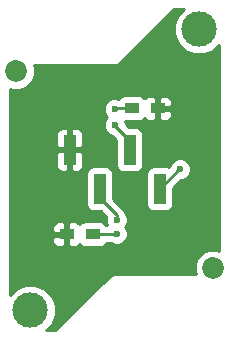
<source format=gbl>
G04 #@! TF.FileFunction,Copper,L2,Bot,Signal*
%FSLAX46Y46*%
G04 Gerber Fmt 4.6, Leading zero omitted, Abs format (unit mm)*
G04 Created by KiCad (PCBNEW 4.0.7) date 02/19/18 15:56:58*
%MOMM*%
%LPD*%
G01*
G04 APERTURE LIST*
%ADD10C,0.100000*%
%ADD11C,0.600000*%
%ADD12C,3.000000*%
%ADD13C,1.850000*%
%ADD14R,1.000000X2.510000*%
%ADD15R,1.200000X0.900000*%
%ADD16C,0.250000*%
%ADD17C,0.254000*%
G04 APERTURE END LIST*
D10*
D11*
X167449533Y-85168539D03*
D12*
X160436013Y-104313519D03*
X174716013Y-80503519D03*
D13*
X159246013Y-84083519D03*
X175898013Y-100729519D03*
D14*
X171379533Y-94033539D03*
X166299533Y-94033539D03*
X168839533Y-90723539D03*
X163759533Y-90723539D03*
D15*
X171199533Y-87218539D03*
X168999533Y-87218539D03*
X163499533Y-97868539D03*
X165699533Y-97868539D03*
D11*
X167699533Y-99768539D03*
X167562958Y-87279489D03*
X167562956Y-88628136D03*
X173099533Y-92368539D03*
X167746659Y-96664049D03*
X167760873Y-97852261D03*
D16*
X167623908Y-87218539D02*
X167562958Y-87279489D01*
X168999533Y-87218539D02*
X167623908Y-87218539D01*
X168839533Y-89968539D02*
X167562956Y-88691962D01*
X168839533Y-90723539D02*
X168839533Y-89968539D01*
X167562956Y-88691962D02*
X167562956Y-88628136D01*
X173099533Y-92368539D02*
X173044533Y-92368539D01*
X173044533Y-92368539D02*
X171379533Y-94033539D01*
X167746659Y-96239785D02*
X167746659Y-96664049D01*
X167746659Y-96235665D02*
X167746659Y-96239785D01*
X166299533Y-94788539D02*
X167746659Y-96235665D01*
X166299533Y-94033539D02*
X166299533Y-94788539D01*
X167760873Y-97852261D02*
X165715811Y-97852261D01*
X165715811Y-97852261D02*
X165699533Y-97868539D01*
D17*
G36*
X162244922Y-105524478D02*
X162570641Y-104740060D01*
X162571383Y-103890704D01*
X162247033Y-103105719D01*
X161646972Y-102504610D01*
X160862554Y-102178891D01*
X160013198Y-102178149D01*
X159228213Y-102502499D01*
X158734533Y-102995318D01*
X158734533Y-85560276D01*
X158934349Y-85643247D01*
X159554955Y-85643789D01*
X160128527Y-85406794D01*
X160567745Y-84968342D01*
X160805741Y-84395183D01*
X160806283Y-83774577D01*
X160720117Y-83566039D01*
X167574533Y-83566039D01*
X167836671Y-83513896D01*
X168058901Y-83365407D01*
X172620769Y-78803539D01*
X173396979Y-78803539D01*
X172907104Y-79292560D01*
X172581385Y-80076978D01*
X172580643Y-80926334D01*
X172904993Y-81711319D01*
X173505054Y-82312428D01*
X174289472Y-82638147D01*
X175138828Y-82638889D01*
X175923813Y-82314539D01*
X176414533Y-81824675D01*
X176414533Y-86932789D01*
X172434533Y-86932789D01*
X172434533Y-86642229D01*
X172337860Y-86408840D01*
X172159231Y-86230212D01*
X171925842Y-86133539D01*
X171485283Y-86133539D01*
X171326533Y-86292289D01*
X171326533Y-87091539D01*
X172275783Y-87091539D01*
X172434533Y-86932789D01*
X176414533Y-86932789D01*
X176414533Y-87794849D01*
X172434533Y-87794849D01*
X172434533Y-87504289D01*
X172275783Y-87345539D01*
X171326533Y-87345539D01*
X171326533Y-88144789D01*
X171072533Y-88144789D01*
X171072533Y-87345539D01*
X171052533Y-87345539D01*
X171052533Y-87091539D01*
X171072533Y-87091539D01*
X171072533Y-86292289D01*
X170913783Y-86133539D01*
X170473224Y-86133539D01*
X170239835Y-86230212D01*
X170098597Y-86371449D01*
X170063623Y-86317098D01*
X169851423Y-86172108D01*
X169599533Y-86121099D01*
X168399533Y-86121099D01*
X168164216Y-86165377D01*
X167948092Y-86304449D01*
X167882859Y-86399920D01*
X167749757Y-86344651D01*
X167377791Y-86344327D01*
X167034015Y-86486372D01*
X166770766Y-86749162D01*
X166628120Y-87092690D01*
X166627796Y-87464656D01*
X166769841Y-87808432D01*
X166914990Y-87953834D01*
X166770764Y-88097809D01*
X166628118Y-88441337D01*
X166627794Y-88813303D01*
X166769839Y-89157079D01*
X167032629Y-89420328D01*
X167347099Y-89550908D01*
X167692093Y-89895901D01*
X167692093Y-90437789D01*
X164894533Y-90437789D01*
X164894533Y-89342230D01*
X164797860Y-89108841D01*
X164619232Y-88930212D01*
X164385843Y-88833539D01*
X164045283Y-88833539D01*
X163886533Y-88992289D01*
X163886533Y-90596539D01*
X163632533Y-90596539D01*
X163632533Y-88992289D01*
X163473783Y-88833539D01*
X163133223Y-88833539D01*
X162899834Y-88930212D01*
X162721206Y-89108841D01*
X162624533Y-89342230D01*
X162624533Y-90437789D01*
X162783283Y-90596539D01*
X163632533Y-90596539D01*
X163886533Y-90596539D01*
X164735783Y-90596539D01*
X164894533Y-90437789D01*
X167692093Y-90437789D01*
X167692093Y-91978539D01*
X167715859Y-92104848D01*
X164894533Y-92104848D01*
X164894533Y-91009289D01*
X164735783Y-90850539D01*
X163886533Y-90850539D01*
X163886533Y-92454789D01*
X163632533Y-92454789D01*
X163632533Y-90850539D01*
X162783283Y-90850539D01*
X162624533Y-91009289D01*
X162624533Y-92104848D01*
X162721206Y-92338237D01*
X162899834Y-92516866D01*
X163133223Y-92613539D01*
X163473783Y-92613539D01*
X163632533Y-92454789D01*
X163886533Y-92454789D01*
X164045283Y-92613539D01*
X164385843Y-92613539D01*
X164619232Y-92516866D01*
X164797860Y-92338237D01*
X164894533Y-92104848D01*
X167715859Y-92104848D01*
X167736371Y-92213856D01*
X167875443Y-92429980D01*
X168087643Y-92574970D01*
X168339533Y-92625979D01*
X169339533Y-92625979D01*
X169574850Y-92581701D01*
X169790974Y-92442629D01*
X169935964Y-92230429D01*
X169986973Y-91978539D01*
X169986973Y-89468539D01*
X169942695Y-89233222D01*
X169803623Y-89017098D01*
X169591423Y-88872108D01*
X169339533Y-88821099D01*
X168766895Y-88821099D01*
X168498023Y-88552226D01*
X168498118Y-88442969D01*
X168445647Y-88315979D01*
X169599533Y-88315979D01*
X169834850Y-88271701D01*
X170050974Y-88132629D01*
X170097502Y-88064533D01*
X170239835Y-88206866D01*
X170473224Y-88303539D01*
X170913783Y-88303539D01*
X171072533Y-88144789D01*
X171326533Y-88144789D01*
X171485283Y-88303539D01*
X171925842Y-88303539D01*
X172159231Y-88206866D01*
X172337860Y-88028238D01*
X172434533Y-87794849D01*
X176414533Y-87794849D01*
X176414533Y-92183372D01*
X174034695Y-92183372D01*
X173892650Y-91839596D01*
X173629860Y-91576347D01*
X173286332Y-91433701D01*
X172914366Y-91433377D01*
X172570590Y-91575422D01*
X172307341Y-91838212D01*
X172170493Y-92167777D01*
X172146120Y-92192150D01*
X172131423Y-92182108D01*
X171879533Y-92131099D01*
X170879533Y-92131099D01*
X170644216Y-92175377D01*
X170428092Y-92314449D01*
X170283102Y-92526649D01*
X170232093Y-92778539D01*
X170232093Y-95288539D01*
X170276371Y-95523856D01*
X170415443Y-95739980D01*
X170627643Y-95884970D01*
X170879533Y-95935979D01*
X171879533Y-95935979D01*
X172114850Y-95891701D01*
X172330974Y-95752629D01*
X172475964Y-95540429D01*
X172526973Y-95288539D01*
X172526973Y-93960901D01*
X173184260Y-93303614D01*
X173284700Y-93303701D01*
X173628476Y-93161656D01*
X173891725Y-92898866D01*
X174034371Y-92555338D01*
X174034695Y-92183372D01*
X176414533Y-92183372D01*
X176414533Y-97667094D01*
X168696035Y-97667094D01*
X168553990Y-97323318D01*
X168481963Y-97251165D01*
X168538851Y-97194376D01*
X168681497Y-96850848D01*
X168681821Y-96478882D01*
X168539776Y-96135106D01*
X168473438Y-96068652D01*
X168448807Y-95944826D01*
X168284060Y-95698264D01*
X167446973Y-94861177D01*
X167446973Y-92778539D01*
X167402695Y-92543222D01*
X167263623Y-92327098D01*
X167051423Y-92182108D01*
X166799533Y-92131099D01*
X165799533Y-92131099D01*
X165564216Y-92175377D01*
X165348092Y-92314449D01*
X165203102Y-92526649D01*
X165152093Y-92778539D01*
X165152093Y-95288539D01*
X165196371Y-95523856D01*
X165335443Y-95739980D01*
X165547643Y-95884970D01*
X165799533Y-95935979D01*
X166372171Y-95935979D01*
X166841637Y-96405445D01*
X166811821Y-96477250D01*
X166811497Y-96849216D01*
X166911921Y-97092261D01*
X166844163Y-97092261D01*
X166763623Y-96967098D01*
X166551423Y-96822108D01*
X166299533Y-96771099D01*
X165099533Y-96771099D01*
X164864216Y-96815377D01*
X164648092Y-96954449D01*
X164601564Y-97022545D01*
X164459231Y-96880212D01*
X164225842Y-96783539D01*
X163785283Y-96783539D01*
X163626533Y-96942289D01*
X163626533Y-97741539D01*
X163372533Y-97741539D01*
X163372533Y-96942289D01*
X163213783Y-96783539D01*
X162773224Y-96783539D01*
X162539835Y-96880212D01*
X162361206Y-97058840D01*
X162264533Y-97292229D01*
X162264533Y-97582789D01*
X162423283Y-97741539D01*
X163372533Y-97741539D01*
X163626533Y-97741539D01*
X163646533Y-97741539D01*
X163646533Y-97995539D01*
X163626533Y-97995539D01*
X163626533Y-98794789D01*
X163372533Y-98794789D01*
X163372533Y-97995539D01*
X162423283Y-97995539D01*
X162264533Y-98154289D01*
X162264533Y-98444849D01*
X162361206Y-98678238D01*
X162539835Y-98856866D01*
X162773224Y-98953539D01*
X163213783Y-98953539D01*
X163372533Y-98794789D01*
X163626533Y-98794789D01*
X163785283Y-98953539D01*
X164225842Y-98953539D01*
X164459231Y-98856866D01*
X164600469Y-98715629D01*
X164635443Y-98769980D01*
X164847643Y-98914970D01*
X165099533Y-98965979D01*
X166299533Y-98965979D01*
X166534850Y-98921701D01*
X166750974Y-98782629D01*
X166867381Y-98612261D01*
X167198410Y-98612261D01*
X167230546Y-98644453D01*
X167574074Y-98787099D01*
X167946040Y-98787423D01*
X168289816Y-98645378D01*
X168553065Y-98382588D01*
X168695711Y-98039060D01*
X168696035Y-97667094D01*
X176414533Y-97667094D01*
X176414533Y-99254854D01*
X176209677Y-99169791D01*
X175589071Y-99169249D01*
X175015499Y-99406244D01*
X174576281Y-99844696D01*
X174338285Y-100417855D01*
X174337743Y-101038461D01*
X174423512Y-101246039D01*
X167574533Y-101246039D01*
X167312395Y-101298182D01*
X167090165Y-101446671D01*
X162528297Y-106008539D01*
X161760016Y-106008539D01*
X162244922Y-105524478D01*
X162244922Y-105524478D01*
G37*
X162244922Y-105524478D02*
X162570641Y-104740060D01*
X162571383Y-103890704D01*
X162247033Y-103105719D01*
X161646972Y-102504610D01*
X160862554Y-102178891D01*
X160013198Y-102178149D01*
X159228213Y-102502499D01*
X158734533Y-102995318D01*
X158734533Y-85560276D01*
X158934349Y-85643247D01*
X159554955Y-85643789D01*
X160128527Y-85406794D01*
X160567745Y-84968342D01*
X160805741Y-84395183D01*
X160806283Y-83774577D01*
X160720117Y-83566039D01*
X167574533Y-83566039D01*
X167836671Y-83513896D01*
X168058901Y-83365407D01*
X172620769Y-78803539D01*
X173396979Y-78803539D01*
X172907104Y-79292560D01*
X172581385Y-80076978D01*
X172580643Y-80926334D01*
X172904993Y-81711319D01*
X173505054Y-82312428D01*
X174289472Y-82638147D01*
X175138828Y-82638889D01*
X175923813Y-82314539D01*
X176414533Y-81824675D01*
X176414533Y-86932789D01*
X172434533Y-86932789D01*
X172434533Y-86642229D01*
X172337860Y-86408840D01*
X172159231Y-86230212D01*
X171925842Y-86133539D01*
X171485283Y-86133539D01*
X171326533Y-86292289D01*
X171326533Y-87091539D01*
X172275783Y-87091539D01*
X172434533Y-86932789D01*
X176414533Y-86932789D01*
X176414533Y-87794849D01*
X172434533Y-87794849D01*
X172434533Y-87504289D01*
X172275783Y-87345539D01*
X171326533Y-87345539D01*
X171326533Y-88144789D01*
X171072533Y-88144789D01*
X171072533Y-87345539D01*
X171052533Y-87345539D01*
X171052533Y-87091539D01*
X171072533Y-87091539D01*
X171072533Y-86292289D01*
X170913783Y-86133539D01*
X170473224Y-86133539D01*
X170239835Y-86230212D01*
X170098597Y-86371449D01*
X170063623Y-86317098D01*
X169851423Y-86172108D01*
X169599533Y-86121099D01*
X168399533Y-86121099D01*
X168164216Y-86165377D01*
X167948092Y-86304449D01*
X167882859Y-86399920D01*
X167749757Y-86344651D01*
X167377791Y-86344327D01*
X167034015Y-86486372D01*
X166770766Y-86749162D01*
X166628120Y-87092690D01*
X166627796Y-87464656D01*
X166769841Y-87808432D01*
X166914990Y-87953834D01*
X166770764Y-88097809D01*
X166628118Y-88441337D01*
X166627794Y-88813303D01*
X166769839Y-89157079D01*
X167032629Y-89420328D01*
X167347099Y-89550908D01*
X167692093Y-89895901D01*
X167692093Y-90437789D01*
X164894533Y-90437789D01*
X164894533Y-89342230D01*
X164797860Y-89108841D01*
X164619232Y-88930212D01*
X164385843Y-88833539D01*
X164045283Y-88833539D01*
X163886533Y-88992289D01*
X163886533Y-90596539D01*
X163632533Y-90596539D01*
X163632533Y-88992289D01*
X163473783Y-88833539D01*
X163133223Y-88833539D01*
X162899834Y-88930212D01*
X162721206Y-89108841D01*
X162624533Y-89342230D01*
X162624533Y-90437789D01*
X162783283Y-90596539D01*
X163632533Y-90596539D01*
X163886533Y-90596539D01*
X164735783Y-90596539D01*
X164894533Y-90437789D01*
X167692093Y-90437789D01*
X167692093Y-91978539D01*
X167715859Y-92104848D01*
X164894533Y-92104848D01*
X164894533Y-91009289D01*
X164735783Y-90850539D01*
X163886533Y-90850539D01*
X163886533Y-92454789D01*
X163632533Y-92454789D01*
X163632533Y-90850539D01*
X162783283Y-90850539D01*
X162624533Y-91009289D01*
X162624533Y-92104848D01*
X162721206Y-92338237D01*
X162899834Y-92516866D01*
X163133223Y-92613539D01*
X163473783Y-92613539D01*
X163632533Y-92454789D01*
X163886533Y-92454789D01*
X164045283Y-92613539D01*
X164385843Y-92613539D01*
X164619232Y-92516866D01*
X164797860Y-92338237D01*
X164894533Y-92104848D01*
X167715859Y-92104848D01*
X167736371Y-92213856D01*
X167875443Y-92429980D01*
X168087643Y-92574970D01*
X168339533Y-92625979D01*
X169339533Y-92625979D01*
X169574850Y-92581701D01*
X169790974Y-92442629D01*
X169935964Y-92230429D01*
X169986973Y-91978539D01*
X169986973Y-89468539D01*
X169942695Y-89233222D01*
X169803623Y-89017098D01*
X169591423Y-88872108D01*
X169339533Y-88821099D01*
X168766895Y-88821099D01*
X168498023Y-88552226D01*
X168498118Y-88442969D01*
X168445647Y-88315979D01*
X169599533Y-88315979D01*
X169834850Y-88271701D01*
X170050974Y-88132629D01*
X170097502Y-88064533D01*
X170239835Y-88206866D01*
X170473224Y-88303539D01*
X170913783Y-88303539D01*
X171072533Y-88144789D01*
X171326533Y-88144789D01*
X171485283Y-88303539D01*
X171925842Y-88303539D01*
X172159231Y-88206866D01*
X172337860Y-88028238D01*
X172434533Y-87794849D01*
X176414533Y-87794849D01*
X176414533Y-92183372D01*
X174034695Y-92183372D01*
X173892650Y-91839596D01*
X173629860Y-91576347D01*
X173286332Y-91433701D01*
X172914366Y-91433377D01*
X172570590Y-91575422D01*
X172307341Y-91838212D01*
X172170493Y-92167777D01*
X172146120Y-92192150D01*
X172131423Y-92182108D01*
X171879533Y-92131099D01*
X170879533Y-92131099D01*
X170644216Y-92175377D01*
X170428092Y-92314449D01*
X170283102Y-92526649D01*
X170232093Y-92778539D01*
X170232093Y-95288539D01*
X170276371Y-95523856D01*
X170415443Y-95739980D01*
X170627643Y-95884970D01*
X170879533Y-95935979D01*
X171879533Y-95935979D01*
X172114850Y-95891701D01*
X172330974Y-95752629D01*
X172475964Y-95540429D01*
X172526973Y-95288539D01*
X172526973Y-93960901D01*
X173184260Y-93303614D01*
X173284700Y-93303701D01*
X173628476Y-93161656D01*
X173891725Y-92898866D01*
X174034371Y-92555338D01*
X174034695Y-92183372D01*
X176414533Y-92183372D01*
X176414533Y-97667094D01*
X168696035Y-97667094D01*
X168553990Y-97323318D01*
X168481963Y-97251165D01*
X168538851Y-97194376D01*
X168681497Y-96850848D01*
X168681821Y-96478882D01*
X168539776Y-96135106D01*
X168473438Y-96068652D01*
X168448807Y-95944826D01*
X168284060Y-95698264D01*
X167446973Y-94861177D01*
X167446973Y-92778539D01*
X167402695Y-92543222D01*
X167263623Y-92327098D01*
X167051423Y-92182108D01*
X166799533Y-92131099D01*
X165799533Y-92131099D01*
X165564216Y-92175377D01*
X165348092Y-92314449D01*
X165203102Y-92526649D01*
X165152093Y-92778539D01*
X165152093Y-95288539D01*
X165196371Y-95523856D01*
X165335443Y-95739980D01*
X165547643Y-95884970D01*
X165799533Y-95935979D01*
X166372171Y-95935979D01*
X166841637Y-96405445D01*
X166811821Y-96477250D01*
X166811497Y-96849216D01*
X166911921Y-97092261D01*
X166844163Y-97092261D01*
X166763623Y-96967098D01*
X166551423Y-96822108D01*
X166299533Y-96771099D01*
X165099533Y-96771099D01*
X164864216Y-96815377D01*
X164648092Y-96954449D01*
X164601564Y-97022545D01*
X164459231Y-96880212D01*
X164225842Y-96783539D01*
X163785283Y-96783539D01*
X163626533Y-96942289D01*
X163626533Y-97741539D01*
X163372533Y-97741539D01*
X163372533Y-96942289D01*
X163213783Y-96783539D01*
X162773224Y-96783539D01*
X162539835Y-96880212D01*
X162361206Y-97058840D01*
X162264533Y-97292229D01*
X162264533Y-97582789D01*
X162423283Y-97741539D01*
X163372533Y-97741539D01*
X163626533Y-97741539D01*
X163646533Y-97741539D01*
X163646533Y-97995539D01*
X163626533Y-97995539D01*
X163626533Y-98794789D01*
X163372533Y-98794789D01*
X163372533Y-97995539D01*
X162423283Y-97995539D01*
X162264533Y-98154289D01*
X162264533Y-98444849D01*
X162361206Y-98678238D01*
X162539835Y-98856866D01*
X162773224Y-98953539D01*
X163213783Y-98953539D01*
X163372533Y-98794789D01*
X163626533Y-98794789D01*
X163785283Y-98953539D01*
X164225842Y-98953539D01*
X164459231Y-98856866D01*
X164600469Y-98715629D01*
X164635443Y-98769980D01*
X164847643Y-98914970D01*
X165099533Y-98965979D01*
X166299533Y-98965979D01*
X166534850Y-98921701D01*
X166750974Y-98782629D01*
X166867381Y-98612261D01*
X167198410Y-98612261D01*
X167230546Y-98644453D01*
X167574074Y-98787099D01*
X167946040Y-98787423D01*
X168289816Y-98645378D01*
X168553065Y-98382588D01*
X168695711Y-98039060D01*
X168696035Y-97667094D01*
X176414533Y-97667094D01*
X176414533Y-99254854D01*
X176209677Y-99169791D01*
X175589071Y-99169249D01*
X175015499Y-99406244D01*
X174576281Y-99844696D01*
X174338285Y-100417855D01*
X174337743Y-101038461D01*
X174423512Y-101246039D01*
X167574533Y-101246039D01*
X167312395Y-101298182D01*
X167090165Y-101446671D01*
X162528297Y-106008539D01*
X161760016Y-106008539D01*
X162244922Y-105524478D01*
M02*

</source>
